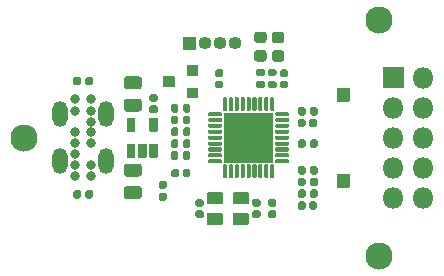
<source format=gbr>
%TF.GenerationSoftware,KiCad,Pcbnew,(5.1.12-1-10_14)*%
%TF.CreationDate,2022-09-08T10:49:59+08:00*%
%TF.ProjectId,0102-TILEDAP,30313032-2d54-4494-9c45-4441502e6b69,V1.1*%
%TF.SameCoordinates,Original*%
%TF.FileFunction,Soldermask,Top*%
%TF.FilePolarity,Negative*%
%FSLAX46Y46*%
G04 Gerber Fmt 4.6, Leading zero omitted, Abs format (unit mm)*
G04 Created by KiCad (PCBNEW (5.1.12-1-10_14)) date 2022-09-08 10:49:59*
%MOMM*%
%LPD*%
G01*
G04 APERTURE LIST*
%ADD10C,2.300000*%
%ADD11O,1.800000X1.800000*%
%ADD12O,1.100000X1.100000*%
%ADD13C,0.800000*%
%ADD14O,1.300000X2.200000*%
G04 APERTURE END LIST*
%TO.C,R14*%
G36*
G01*
X15360000Y15010000D02*
X15360000Y14590000D01*
G75*
G02*
X15200000Y14430000I-160000J0D01*
G01*
X14880000Y14430000D01*
G75*
G02*
X14720000Y14590000I0J160000D01*
G01*
X14720000Y15010000D01*
G75*
G02*
X14880000Y15170000I160000J0D01*
G01*
X15200000Y15170000D01*
G75*
G02*
X15360000Y15010000I0J-160000D01*
G01*
G37*
G36*
G01*
X16380000Y15010000D02*
X16380000Y14590000D01*
G75*
G02*
X16220000Y14430000I-160000J0D01*
G01*
X15900000Y14430000D01*
G75*
G02*
X15740000Y14590000I0J160000D01*
G01*
X15740000Y15010000D01*
G75*
G02*
X15900000Y15170000I160000J0D01*
G01*
X16220000Y15170000D01*
G75*
G02*
X16380000Y15010000I0J-160000D01*
G01*
G37*
%TD*%
%TO.C,Q1*%
G36*
G01*
X15050000Y17450000D02*
X15050000Y16650000D01*
G75*
G02*
X15000000Y16600000I-50000J0D01*
G01*
X14100000Y16600000D01*
G75*
G02*
X14050000Y16650000I0J50000D01*
G01*
X14050000Y17450000D01*
G75*
G02*
X14100000Y17500000I50000J0D01*
G01*
X15000000Y17500000D01*
G75*
G02*
X15050000Y17450000I0J-50000D01*
G01*
G37*
G36*
G01*
X17050000Y18400000D02*
X17050000Y17600000D01*
G75*
G02*
X17000000Y17550000I-50000J0D01*
G01*
X16100000Y17550000D01*
G75*
G02*
X16050000Y17600000I0J50000D01*
G01*
X16050000Y18400000D01*
G75*
G02*
X16100000Y18450000I50000J0D01*
G01*
X17000000Y18450000D01*
G75*
G02*
X17050000Y18400000I0J-50000D01*
G01*
G37*
G36*
G01*
X17050000Y16500000D02*
X17050000Y15700000D01*
G75*
G02*
X17000000Y15650000I-50000J0D01*
G01*
X16100000Y15650000D01*
G75*
G02*
X16050000Y15700000I0J50000D01*
G01*
X16050000Y16500000D01*
G75*
G02*
X16100000Y16550000I50000J0D01*
G01*
X17000000Y16550000D01*
G75*
G02*
X17050000Y16500000I0J-50000D01*
G01*
G37*
%TD*%
%TO.C,C5*%
G36*
G01*
X24105000Y17130000D02*
X24495000Y17130000D01*
G75*
G02*
X24660000Y16965000I0J-165000D01*
G01*
X24660000Y16635000D01*
G75*
G02*
X24495000Y16470000I-165000J0D01*
G01*
X24105000Y16470000D01*
G75*
G02*
X23940000Y16635000I0J165000D01*
G01*
X23940000Y16965000D01*
G75*
G02*
X24105000Y17130000I165000J0D01*
G01*
G37*
G36*
G01*
X24105000Y18090000D02*
X24495000Y18090000D01*
G75*
G02*
X24660000Y17925000I0J-165000D01*
G01*
X24660000Y17595000D01*
G75*
G02*
X24495000Y17430000I-165000J0D01*
G01*
X24105000Y17430000D01*
G75*
G02*
X23940000Y17595000I0J165000D01*
G01*
X23940000Y17925000D01*
G75*
G02*
X24105000Y18090000I165000J0D01*
G01*
G37*
%TD*%
%TO.C,R10*%
G36*
G01*
X15740000Y13590000D02*
X15740000Y14010000D01*
G75*
G02*
X15900000Y14170000I160000J0D01*
G01*
X16220000Y14170000D01*
G75*
G02*
X16380000Y14010000I0J-160000D01*
G01*
X16380000Y13590000D01*
G75*
G02*
X16220000Y13430000I-160000J0D01*
G01*
X15900000Y13430000D01*
G75*
G02*
X15740000Y13590000I0J160000D01*
G01*
G37*
G36*
G01*
X14720000Y13590000D02*
X14720000Y14010000D01*
G75*
G02*
X14880000Y14170000I160000J0D01*
G01*
X15200000Y14170000D01*
G75*
G02*
X15360000Y14010000I0J-160000D01*
G01*
X15360000Y13590000D01*
G75*
G02*
X15200000Y13430000I-160000J0D01*
G01*
X14880000Y13430000D01*
G75*
G02*
X14720000Y13590000I0J160000D01*
G01*
G37*
%TD*%
%TO.C,SW1*%
G36*
G01*
X28800000Y9250000D02*
X29800000Y9250000D01*
G75*
G02*
X29850000Y9200000I0J-50000D01*
G01*
X29850000Y8100000D01*
G75*
G02*
X29800000Y8050000I-50000J0D01*
G01*
X28800000Y8050000D01*
G75*
G02*
X28750000Y8100000I0J50000D01*
G01*
X28750000Y9200000D01*
G75*
G02*
X28800000Y9250000I50000J0D01*
G01*
G37*
G36*
G01*
X28800000Y16550000D02*
X29800000Y16550000D01*
G75*
G02*
X29850000Y16500000I0J-50000D01*
G01*
X29850000Y15400000D01*
G75*
G02*
X29800000Y15350000I-50000J0D01*
G01*
X28800000Y15350000D01*
G75*
G02*
X28750000Y15400000I0J50000D01*
G01*
X28750000Y16500000D01*
G75*
G02*
X28800000Y16550000I50000J0D01*
G01*
G37*
%TD*%
%TO.C,Y1*%
G36*
G01*
X17800000Y6730000D02*
X17800000Y7630000D01*
G75*
G02*
X17850000Y7680000I50000J0D01*
G01*
X19050000Y7680000D01*
G75*
G02*
X19100000Y7630000I0J-50000D01*
G01*
X19100000Y6730000D01*
G75*
G02*
X19050000Y6680000I-50000J0D01*
G01*
X17850000Y6680000D01*
G75*
G02*
X17800000Y6730000I0J50000D01*
G01*
G37*
G36*
G01*
X20000000Y4970000D02*
X20000000Y5870000D01*
G75*
G02*
X20050000Y5920000I50000J0D01*
G01*
X21250000Y5920000D01*
G75*
G02*
X21300000Y5870000I0J-50000D01*
G01*
X21300000Y4970000D01*
G75*
G02*
X21250000Y4920000I-50000J0D01*
G01*
X20050000Y4920000D01*
G75*
G02*
X20000000Y4970000I0J50000D01*
G01*
G37*
G36*
G01*
X20000000Y6730000D02*
X20000000Y7630000D01*
G75*
G02*
X20050000Y7680000I50000J0D01*
G01*
X21250000Y7680000D01*
G75*
G02*
X21300000Y7630000I0J-50000D01*
G01*
X21300000Y6730000D01*
G75*
G02*
X21250000Y6680000I-50000J0D01*
G01*
X20050000Y6680000D01*
G75*
G02*
X20000000Y6730000I0J50000D01*
G01*
G37*
G36*
G01*
X17800000Y4970000D02*
X17800000Y5870000D01*
G75*
G02*
X17850000Y5920000I50000J0D01*
G01*
X19050000Y5920000D01*
G75*
G02*
X19100000Y5870000I0J-50000D01*
G01*
X19100000Y4970000D01*
G75*
G02*
X19050000Y4920000I-50000J0D01*
G01*
X17850000Y4920000D01*
G75*
G02*
X17800000Y4970000I0J50000D01*
G01*
G37*
%TD*%
%TO.C,U2*%
G36*
G01*
X23350000Y10200000D02*
X19250000Y10200000D01*
G75*
G02*
X19200000Y10250000I0J50000D01*
G01*
X19200000Y14350000D01*
G75*
G02*
X19250000Y14400000I50000J0D01*
G01*
X23350000Y14400000D01*
G75*
G02*
X23400000Y14350000I0J-50000D01*
G01*
X23400000Y10250000D01*
G75*
G02*
X23350000Y10200000I-50000J0D01*
G01*
G37*
G36*
G01*
X18962500Y10125000D02*
X17962500Y10125000D01*
G75*
G02*
X17875000Y10212500I0J87500D01*
G01*
X17875000Y10387500D01*
G75*
G02*
X17962500Y10475000I87500J0D01*
G01*
X18962500Y10475000D01*
G75*
G02*
X19050000Y10387500I0J-87500D01*
G01*
X19050000Y10212500D01*
G75*
G02*
X18962500Y10125000I-87500J0D01*
G01*
G37*
G36*
G01*
X18962500Y10625000D02*
X17962500Y10625000D01*
G75*
G02*
X17875000Y10712500I0J87500D01*
G01*
X17875000Y10887500D01*
G75*
G02*
X17962500Y10975000I87500J0D01*
G01*
X18962500Y10975000D01*
G75*
G02*
X19050000Y10887500I0J-87500D01*
G01*
X19050000Y10712500D01*
G75*
G02*
X18962500Y10625000I-87500J0D01*
G01*
G37*
G36*
G01*
X18962500Y11125000D02*
X17962500Y11125000D01*
G75*
G02*
X17875000Y11212500I0J87500D01*
G01*
X17875000Y11387500D01*
G75*
G02*
X17962500Y11475000I87500J0D01*
G01*
X18962500Y11475000D01*
G75*
G02*
X19050000Y11387500I0J-87500D01*
G01*
X19050000Y11212500D01*
G75*
G02*
X18962500Y11125000I-87500J0D01*
G01*
G37*
G36*
G01*
X18962500Y11625000D02*
X17962500Y11625000D01*
G75*
G02*
X17875000Y11712500I0J87500D01*
G01*
X17875000Y11887500D01*
G75*
G02*
X17962500Y11975000I87500J0D01*
G01*
X18962500Y11975000D01*
G75*
G02*
X19050000Y11887500I0J-87500D01*
G01*
X19050000Y11712500D01*
G75*
G02*
X18962500Y11625000I-87500J0D01*
G01*
G37*
G36*
G01*
X18962500Y12125000D02*
X17962500Y12125000D01*
G75*
G02*
X17875000Y12212500I0J87500D01*
G01*
X17875000Y12387500D01*
G75*
G02*
X17962500Y12475000I87500J0D01*
G01*
X18962500Y12475000D01*
G75*
G02*
X19050000Y12387500I0J-87500D01*
G01*
X19050000Y12212500D01*
G75*
G02*
X18962500Y12125000I-87500J0D01*
G01*
G37*
G36*
G01*
X18962500Y12625000D02*
X17962500Y12625000D01*
G75*
G02*
X17875000Y12712500I0J87500D01*
G01*
X17875000Y12887500D01*
G75*
G02*
X17962500Y12975000I87500J0D01*
G01*
X18962500Y12975000D01*
G75*
G02*
X19050000Y12887500I0J-87500D01*
G01*
X19050000Y12712500D01*
G75*
G02*
X18962500Y12625000I-87500J0D01*
G01*
G37*
G36*
G01*
X18962500Y13125000D02*
X17962500Y13125000D01*
G75*
G02*
X17875000Y13212500I0J87500D01*
G01*
X17875000Y13387500D01*
G75*
G02*
X17962500Y13475000I87500J0D01*
G01*
X18962500Y13475000D01*
G75*
G02*
X19050000Y13387500I0J-87500D01*
G01*
X19050000Y13212500D01*
G75*
G02*
X18962500Y13125000I-87500J0D01*
G01*
G37*
G36*
G01*
X18962500Y13625000D02*
X17962500Y13625000D01*
G75*
G02*
X17875000Y13712500I0J87500D01*
G01*
X17875000Y13887500D01*
G75*
G02*
X17962500Y13975000I87500J0D01*
G01*
X18962500Y13975000D01*
G75*
G02*
X19050000Y13887500I0J-87500D01*
G01*
X19050000Y13712500D01*
G75*
G02*
X18962500Y13625000I-87500J0D01*
G01*
G37*
G36*
G01*
X18962500Y14125000D02*
X17962500Y14125000D01*
G75*
G02*
X17875000Y14212500I0J87500D01*
G01*
X17875000Y14387500D01*
G75*
G02*
X17962500Y14475000I87500J0D01*
G01*
X18962500Y14475000D01*
G75*
G02*
X19050000Y14387500I0J-87500D01*
G01*
X19050000Y14212500D01*
G75*
G02*
X18962500Y14125000I-87500J0D01*
G01*
G37*
G36*
G01*
X19387500Y14550000D02*
X19212500Y14550000D01*
G75*
G02*
X19125000Y14637500I0J87500D01*
G01*
X19125000Y15637500D01*
G75*
G02*
X19212500Y15725000I87500J0D01*
G01*
X19387500Y15725000D01*
G75*
G02*
X19475000Y15637500I0J-87500D01*
G01*
X19475000Y14637500D01*
G75*
G02*
X19387500Y14550000I-87500J0D01*
G01*
G37*
G36*
G01*
X19887500Y14550000D02*
X19712500Y14550000D01*
G75*
G02*
X19625000Y14637500I0J87500D01*
G01*
X19625000Y15637500D01*
G75*
G02*
X19712500Y15725000I87500J0D01*
G01*
X19887500Y15725000D01*
G75*
G02*
X19975000Y15637500I0J-87500D01*
G01*
X19975000Y14637500D01*
G75*
G02*
X19887500Y14550000I-87500J0D01*
G01*
G37*
G36*
G01*
X20387500Y14550000D02*
X20212500Y14550000D01*
G75*
G02*
X20125000Y14637500I0J87500D01*
G01*
X20125000Y15637500D01*
G75*
G02*
X20212500Y15725000I87500J0D01*
G01*
X20387500Y15725000D01*
G75*
G02*
X20475000Y15637500I0J-87500D01*
G01*
X20475000Y14637500D01*
G75*
G02*
X20387500Y14550000I-87500J0D01*
G01*
G37*
G36*
G01*
X20887500Y14550000D02*
X20712500Y14550000D01*
G75*
G02*
X20625000Y14637500I0J87500D01*
G01*
X20625000Y15637500D01*
G75*
G02*
X20712500Y15725000I87500J0D01*
G01*
X20887500Y15725000D01*
G75*
G02*
X20975000Y15637500I0J-87500D01*
G01*
X20975000Y14637500D01*
G75*
G02*
X20887500Y14550000I-87500J0D01*
G01*
G37*
G36*
G01*
X21387500Y14550000D02*
X21212500Y14550000D01*
G75*
G02*
X21125000Y14637500I0J87500D01*
G01*
X21125000Y15637500D01*
G75*
G02*
X21212500Y15725000I87500J0D01*
G01*
X21387500Y15725000D01*
G75*
G02*
X21475000Y15637500I0J-87500D01*
G01*
X21475000Y14637500D01*
G75*
G02*
X21387500Y14550000I-87500J0D01*
G01*
G37*
G36*
G01*
X21887500Y14550000D02*
X21712500Y14550000D01*
G75*
G02*
X21625000Y14637500I0J87500D01*
G01*
X21625000Y15637500D01*
G75*
G02*
X21712500Y15725000I87500J0D01*
G01*
X21887500Y15725000D01*
G75*
G02*
X21975000Y15637500I0J-87500D01*
G01*
X21975000Y14637500D01*
G75*
G02*
X21887500Y14550000I-87500J0D01*
G01*
G37*
G36*
G01*
X22387500Y14550000D02*
X22212500Y14550000D01*
G75*
G02*
X22125000Y14637500I0J87500D01*
G01*
X22125000Y15637500D01*
G75*
G02*
X22212500Y15725000I87500J0D01*
G01*
X22387500Y15725000D01*
G75*
G02*
X22475000Y15637500I0J-87500D01*
G01*
X22475000Y14637500D01*
G75*
G02*
X22387500Y14550000I-87500J0D01*
G01*
G37*
G36*
G01*
X22887500Y14550000D02*
X22712500Y14550000D01*
G75*
G02*
X22625000Y14637500I0J87500D01*
G01*
X22625000Y15637500D01*
G75*
G02*
X22712500Y15725000I87500J0D01*
G01*
X22887500Y15725000D01*
G75*
G02*
X22975000Y15637500I0J-87500D01*
G01*
X22975000Y14637500D01*
G75*
G02*
X22887500Y14550000I-87500J0D01*
G01*
G37*
G36*
G01*
X23387500Y14550000D02*
X23212500Y14550000D01*
G75*
G02*
X23125000Y14637500I0J87500D01*
G01*
X23125000Y15637500D01*
G75*
G02*
X23212500Y15725000I87500J0D01*
G01*
X23387500Y15725000D01*
G75*
G02*
X23475000Y15637500I0J-87500D01*
G01*
X23475000Y14637500D01*
G75*
G02*
X23387500Y14550000I-87500J0D01*
G01*
G37*
G36*
G01*
X24637500Y14125000D02*
X23637500Y14125000D01*
G75*
G02*
X23550000Y14212500I0J87500D01*
G01*
X23550000Y14387500D01*
G75*
G02*
X23637500Y14475000I87500J0D01*
G01*
X24637500Y14475000D01*
G75*
G02*
X24725000Y14387500I0J-87500D01*
G01*
X24725000Y14212500D01*
G75*
G02*
X24637500Y14125000I-87500J0D01*
G01*
G37*
G36*
G01*
X24637500Y13625000D02*
X23637500Y13625000D01*
G75*
G02*
X23550000Y13712500I0J87500D01*
G01*
X23550000Y13887500D01*
G75*
G02*
X23637500Y13975000I87500J0D01*
G01*
X24637500Y13975000D01*
G75*
G02*
X24725000Y13887500I0J-87500D01*
G01*
X24725000Y13712500D01*
G75*
G02*
X24637500Y13625000I-87500J0D01*
G01*
G37*
G36*
G01*
X24637500Y13125000D02*
X23637500Y13125000D01*
G75*
G02*
X23550000Y13212500I0J87500D01*
G01*
X23550000Y13387500D01*
G75*
G02*
X23637500Y13475000I87500J0D01*
G01*
X24637500Y13475000D01*
G75*
G02*
X24725000Y13387500I0J-87500D01*
G01*
X24725000Y13212500D01*
G75*
G02*
X24637500Y13125000I-87500J0D01*
G01*
G37*
G36*
G01*
X24637500Y12625000D02*
X23637500Y12625000D01*
G75*
G02*
X23550000Y12712500I0J87500D01*
G01*
X23550000Y12887500D01*
G75*
G02*
X23637500Y12975000I87500J0D01*
G01*
X24637500Y12975000D01*
G75*
G02*
X24725000Y12887500I0J-87500D01*
G01*
X24725000Y12712500D01*
G75*
G02*
X24637500Y12625000I-87500J0D01*
G01*
G37*
G36*
G01*
X24637500Y12125000D02*
X23637500Y12125000D01*
G75*
G02*
X23550000Y12212500I0J87500D01*
G01*
X23550000Y12387500D01*
G75*
G02*
X23637500Y12475000I87500J0D01*
G01*
X24637500Y12475000D01*
G75*
G02*
X24725000Y12387500I0J-87500D01*
G01*
X24725000Y12212500D01*
G75*
G02*
X24637500Y12125000I-87500J0D01*
G01*
G37*
G36*
G01*
X24637500Y11625000D02*
X23637500Y11625000D01*
G75*
G02*
X23550000Y11712500I0J87500D01*
G01*
X23550000Y11887500D01*
G75*
G02*
X23637500Y11975000I87500J0D01*
G01*
X24637500Y11975000D01*
G75*
G02*
X24725000Y11887500I0J-87500D01*
G01*
X24725000Y11712500D01*
G75*
G02*
X24637500Y11625000I-87500J0D01*
G01*
G37*
G36*
G01*
X24637500Y11125000D02*
X23637500Y11125000D01*
G75*
G02*
X23550000Y11212500I0J87500D01*
G01*
X23550000Y11387500D01*
G75*
G02*
X23637500Y11475000I87500J0D01*
G01*
X24637500Y11475000D01*
G75*
G02*
X24725000Y11387500I0J-87500D01*
G01*
X24725000Y11212500D01*
G75*
G02*
X24637500Y11125000I-87500J0D01*
G01*
G37*
G36*
G01*
X24637500Y10625000D02*
X23637500Y10625000D01*
G75*
G02*
X23550000Y10712500I0J87500D01*
G01*
X23550000Y10887500D01*
G75*
G02*
X23637500Y10975000I87500J0D01*
G01*
X24637500Y10975000D01*
G75*
G02*
X24725000Y10887500I0J-87500D01*
G01*
X24725000Y10712500D01*
G75*
G02*
X24637500Y10625000I-87500J0D01*
G01*
G37*
G36*
G01*
X24637500Y10125000D02*
X23637500Y10125000D01*
G75*
G02*
X23550000Y10212500I0J87500D01*
G01*
X23550000Y10387500D01*
G75*
G02*
X23637500Y10475000I87500J0D01*
G01*
X24637500Y10475000D01*
G75*
G02*
X24725000Y10387500I0J-87500D01*
G01*
X24725000Y10212500D01*
G75*
G02*
X24637500Y10125000I-87500J0D01*
G01*
G37*
G36*
G01*
X23387500Y8875000D02*
X23212500Y8875000D01*
G75*
G02*
X23125000Y8962500I0J87500D01*
G01*
X23125000Y9962500D01*
G75*
G02*
X23212500Y10050000I87500J0D01*
G01*
X23387500Y10050000D01*
G75*
G02*
X23475000Y9962500I0J-87500D01*
G01*
X23475000Y8962500D01*
G75*
G02*
X23387500Y8875000I-87500J0D01*
G01*
G37*
G36*
G01*
X22887500Y8875000D02*
X22712500Y8875000D01*
G75*
G02*
X22625000Y8962500I0J87500D01*
G01*
X22625000Y9962500D01*
G75*
G02*
X22712500Y10050000I87500J0D01*
G01*
X22887500Y10050000D01*
G75*
G02*
X22975000Y9962500I0J-87500D01*
G01*
X22975000Y8962500D01*
G75*
G02*
X22887500Y8875000I-87500J0D01*
G01*
G37*
G36*
G01*
X22387500Y8875000D02*
X22212500Y8875000D01*
G75*
G02*
X22125000Y8962500I0J87500D01*
G01*
X22125000Y9962500D01*
G75*
G02*
X22212500Y10050000I87500J0D01*
G01*
X22387500Y10050000D01*
G75*
G02*
X22475000Y9962500I0J-87500D01*
G01*
X22475000Y8962500D01*
G75*
G02*
X22387500Y8875000I-87500J0D01*
G01*
G37*
G36*
G01*
X21887500Y8875000D02*
X21712500Y8875000D01*
G75*
G02*
X21625000Y8962500I0J87500D01*
G01*
X21625000Y9962500D01*
G75*
G02*
X21712500Y10050000I87500J0D01*
G01*
X21887500Y10050000D01*
G75*
G02*
X21975000Y9962500I0J-87500D01*
G01*
X21975000Y8962500D01*
G75*
G02*
X21887500Y8875000I-87500J0D01*
G01*
G37*
G36*
G01*
X21387500Y8875000D02*
X21212500Y8875000D01*
G75*
G02*
X21125000Y8962500I0J87500D01*
G01*
X21125000Y9962500D01*
G75*
G02*
X21212500Y10050000I87500J0D01*
G01*
X21387500Y10050000D01*
G75*
G02*
X21475000Y9962500I0J-87500D01*
G01*
X21475000Y8962500D01*
G75*
G02*
X21387500Y8875000I-87500J0D01*
G01*
G37*
G36*
G01*
X20887500Y8875000D02*
X20712500Y8875000D01*
G75*
G02*
X20625000Y8962500I0J87500D01*
G01*
X20625000Y9962500D01*
G75*
G02*
X20712500Y10050000I87500J0D01*
G01*
X20887500Y10050000D01*
G75*
G02*
X20975000Y9962500I0J-87500D01*
G01*
X20975000Y8962500D01*
G75*
G02*
X20887500Y8875000I-87500J0D01*
G01*
G37*
G36*
G01*
X20387500Y8875000D02*
X20212500Y8875000D01*
G75*
G02*
X20125000Y8962500I0J87500D01*
G01*
X20125000Y9962500D01*
G75*
G02*
X20212500Y10050000I87500J0D01*
G01*
X20387500Y10050000D01*
G75*
G02*
X20475000Y9962500I0J-87500D01*
G01*
X20475000Y8962500D01*
G75*
G02*
X20387500Y8875000I-87500J0D01*
G01*
G37*
G36*
G01*
X19887500Y8875000D02*
X19712500Y8875000D01*
G75*
G02*
X19625000Y8962500I0J87500D01*
G01*
X19625000Y9962500D01*
G75*
G02*
X19712500Y10050000I87500J0D01*
G01*
X19887500Y10050000D01*
G75*
G02*
X19975000Y9962500I0J-87500D01*
G01*
X19975000Y8962500D01*
G75*
G02*
X19887500Y8875000I-87500J0D01*
G01*
G37*
G36*
G01*
X19387500Y8875000D02*
X19212500Y8875000D01*
G75*
G02*
X19125000Y8962500I0J87500D01*
G01*
X19125000Y9962500D01*
G75*
G02*
X19212500Y10050000I87500J0D01*
G01*
X19387500Y10050000D01*
G75*
G02*
X19475000Y9962500I0J-87500D01*
G01*
X19475000Y8962500D01*
G75*
G02*
X19387500Y8875000I-87500J0D01*
G01*
G37*
%TD*%
%TO.C,R9*%
G36*
G01*
X26119999Y12010000D02*
X26119999Y11590000D01*
G75*
G02*
X25959999Y11430000I-160000J0D01*
G01*
X25639999Y11430000D01*
G75*
G02*
X25479999Y11590000I0J160000D01*
G01*
X25479999Y12010000D01*
G75*
G02*
X25639999Y12170000I160000J0D01*
G01*
X25959999Y12170000D01*
G75*
G02*
X26119999Y12010000I0J-160000D01*
G01*
G37*
G36*
G01*
X27139999Y12010000D02*
X27139999Y11590000D01*
G75*
G02*
X26979999Y11430000I-160000J0D01*
G01*
X26659999Y11430000D01*
G75*
G02*
X26499999Y11590000I0J160000D01*
G01*
X26499999Y12010000D01*
G75*
G02*
X26659999Y12170000I160000J0D01*
G01*
X26979999Y12170000D01*
G75*
G02*
X27139999Y12010000I0J-160000D01*
G01*
G37*
%TD*%
%TO.C,R8*%
G36*
G01*
X15360000Y11010000D02*
X15360000Y10590000D01*
G75*
G02*
X15200000Y10430000I-160000J0D01*
G01*
X14880000Y10430000D01*
G75*
G02*
X14720000Y10590000I0J160000D01*
G01*
X14720000Y11010000D01*
G75*
G02*
X14880000Y11170000I160000J0D01*
G01*
X15200000Y11170000D01*
G75*
G02*
X15360000Y11010000I0J-160000D01*
G01*
G37*
G36*
G01*
X16380000Y11010000D02*
X16380000Y10590000D01*
G75*
G02*
X16220000Y10430000I-160000J0D01*
G01*
X15900000Y10430000D01*
G75*
G02*
X15740000Y10590000I0J160000D01*
G01*
X15740000Y11010000D01*
G75*
G02*
X15900000Y11170000I160000J0D01*
G01*
X16220000Y11170000D01*
G75*
G02*
X16380000Y11010000I0J-160000D01*
G01*
G37*
%TD*%
%TO.C,R7*%
G36*
G01*
X26119999Y9760000D02*
X26119999Y9340000D01*
G75*
G02*
X25959999Y9180000I-160000J0D01*
G01*
X25639999Y9180000D01*
G75*
G02*
X25479999Y9340000I0J160000D01*
G01*
X25479999Y9760000D01*
G75*
G02*
X25639999Y9920000I160000J0D01*
G01*
X25959999Y9920000D01*
G75*
G02*
X26119999Y9760000I0J-160000D01*
G01*
G37*
G36*
G01*
X27139999Y9760000D02*
X27139999Y9340000D01*
G75*
G02*
X26979999Y9180000I-160000J0D01*
G01*
X26659999Y9180000D01*
G75*
G02*
X26499999Y9340000I0J160000D01*
G01*
X26499999Y9760000D01*
G75*
G02*
X26659999Y9920000I160000J0D01*
G01*
X26979999Y9920000D01*
G75*
G02*
X27139999Y9760000I0J-160000D01*
G01*
G37*
%TD*%
%TO.C,R6*%
G36*
G01*
X26120000Y8760000D02*
X26120000Y8340000D01*
G75*
G02*
X25960000Y8180000I-160000J0D01*
G01*
X25640000Y8180000D01*
G75*
G02*
X25480000Y8340000I0J160000D01*
G01*
X25480000Y8760000D01*
G75*
G02*
X25640000Y8920000I160000J0D01*
G01*
X25960000Y8920000D01*
G75*
G02*
X26120000Y8760000I0J-160000D01*
G01*
G37*
G36*
G01*
X27140000Y8760000D02*
X27140000Y8340000D01*
G75*
G02*
X26980000Y8180000I-160000J0D01*
G01*
X26660000Y8180000D01*
G75*
G02*
X26500000Y8340000I0J160000D01*
G01*
X26500000Y8760000D01*
G75*
G02*
X26660000Y8920000I160000J0D01*
G01*
X26980000Y8920000D01*
G75*
G02*
X27140000Y8760000I0J-160000D01*
G01*
G37*
%TD*%
%TO.C,C11*%
G36*
G01*
X16955000Y6150000D02*
X17345000Y6150000D01*
G75*
G02*
X17510000Y5985000I0J-165000D01*
G01*
X17510000Y5655000D01*
G75*
G02*
X17345000Y5490000I-165000J0D01*
G01*
X16955000Y5490000D01*
G75*
G02*
X16790000Y5655000I0J165000D01*
G01*
X16790000Y5985000D01*
G75*
G02*
X16955000Y6150000I165000J0D01*
G01*
G37*
G36*
G01*
X16955000Y7110000D02*
X17345000Y7110000D01*
G75*
G02*
X17510000Y6945000I0J-165000D01*
G01*
X17510000Y6615000D01*
G75*
G02*
X17345000Y6450000I-165000J0D01*
G01*
X16955000Y6450000D01*
G75*
G02*
X16790000Y6615000I0J165000D01*
G01*
X16790000Y6945000D01*
G75*
G02*
X16955000Y7110000I165000J0D01*
G01*
G37*
%TD*%
%TO.C,C8*%
G36*
G01*
X22145000Y6450000D02*
X21755000Y6450000D01*
G75*
G02*
X21590000Y6615000I0J165000D01*
G01*
X21590000Y6945000D01*
G75*
G02*
X21755000Y7110000I165000J0D01*
G01*
X22145000Y7110000D01*
G75*
G02*
X22310000Y6945000I0J-165000D01*
G01*
X22310000Y6615000D01*
G75*
G02*
X22145000Y6450000I-165000J0D01*
G01*
G37*
G36*
G01*
X22145000Y5490000D02*
X21755000Y5490000D01*
G75*
G02*
X21590000Y5655000I0J165000D01*
G01*
X21590000Y5985000D01*
G75*
G02*
X21755000Y6150000I165000J0D01*
G01*
X22145000Y6150000D01*
G75*
G02*
X22310000Y5985000I0J-165000D01*
G01*
X22310000Y5655000D01*
G75*
G02*
X22145000Y5490000I-165000J0D01*
G01*
G37*
%TD*%
D10*
%TO.C,H3*%
X32300000Y2300000D03*
%TD*%
%TO.C,H2*%
X32300000Y22300000D03*
%TD*%
%TO.C,H1*%
X2300000Y12300000D03*
%TD*%
%TO.C,U1*%
G36*
G01*
X11675000Y12820000D02*
X11025000Y12820000D01*
G75*
G02*
X10975000Y12870000I0J50000D01*
G01*
X10975000Y13930000D01*
G75*
G02*
X11025000Y13980000I50000J0D01*
G01*
X11675000Y13980000D01*
G75*
G02*
X11725000Y13930000I0J-50000D01*
G01*
X11725000Y12870000D01*
G75*
G02*
X11675000Y12820000I-50000J0D01*
G01*
G37*
G36*
G01*
X13575000Y12820000D02*
X12925000Y12820000D01*
G75*
G02*
X12875000Y12870000I0J50000D01*
G01*
X12875000Y13930000D01*
G75*
G02*
X12925000Y13980000I50000J0D01*
G01*
X13575000Y13980000D01*
G75*
G02*
X13625000Y13930000I0J-50000D01*
G01*
X13625000Y12870000D01*
G75*
G02*
X13575000Y12820000I-50000J0D01*
G01*
G37*
G36*
G01*
X13575000Y10620000D02*
X12925000Y10620000D01*
G75*
G02*
X12875000Y10670000I0J50000D01*
G01*
X12875000Y11730000D01*
G75*
G02*
X12925000Y11780000I50000J0D01*
G01*
X13575000Y11780000D01*
G75*
G02*
X13625000Y11730000I0J-50000D01*
G01*
X13625000Y10670000D01*
G75*
G02*
X13575000Y10620000I-50000J0D01*
G01*
G37*
G36*
G01*
X12625000Y10620000D02*
X11975000Y10620000D01*
G75*
G02*
X11925000Y10670000I0J50000D01*
G01*
X11925000Y11730000D01*
G75*
G02*
X11975000Y11780000I50000J0D01*
G01*
X12625000Y11780000D01*
G75*
G02*
X12675000Y11730000I0J-50000D01*
G01*
X12675000Y10670000D01*
G75*
G02*
X12625000Y10620000I-50000J0D01*
G01*
G37*
G36*
G01*
X11675000Y10620000D02*
X11025000Y10620000D01*
G75*
G02*
X10975000Y10670000I0J50000D01*
G01*
X10975000Y11730000D01*
G75*
G02*
X11025000Y11780000I50000J0D01*
G01*
X11675000Y11780000D01*
G75*
G02*
X11725000Y11730000I0J-50000D01*
G01*
X11725000Y10670000D01*
G75*
G02*
X11675000Y10620000I-50000J0D01*
G01*
G37*
%TD*%
%TO.C,R15*%
G36*
G01*
X22510000Y17500000D02*
X22090000Y17500000D01*
G75*
G02*
X21930000Y17660000I0J160000D01*
G01*
X21930000Y17980000D01*
G75*
G02*
X22090000Y18140000I160000J0D01*
G01*
X22510000Y18140000D01*
G75*
G02*
X22670000Y17980000I0J-160000D01*
G01*
X22670000Y17660000D01*
G75*
G02*
X22510000Y17500000I-160000J0D01*
G01*
G37*
G36*
G01*
X22510000Y16480000D02*
X22090000Y16480000D01*
G75*
G02*
X21930000Y16640000I0J160000D01*
G01*
X21930000Y16960000D01*
G75*
G02*
X22090000Y17120000I160000J0D01*
G01*
X22510000Y17120000D01*
G75*
G02*
X22670000Y16960000I0J-160000D01*
G01*
X22670000Y16640000D01*
G75*
G02*
X22510000Y16480000I-160000J0D01*
G01*
G37*
%TD*%
%TO.C,R13*%
G36*
G01*
X26500000Y7340000D02*
X26500000Y7760000D01*
G75*
G02*
X26660000Y7920000I160000J0D01*
G01*
X26980000Y7920000D01*
G75*
G02*
X27140000Y7760000I0J-160000D01*
G01*
X27140000Y7340000D01*
G75*
G02*
X26980000Y7180000I-160000J0D01*
G01*
X26660000Y7180000D01*
G75*
G02*
X26500000Y7340000I0J160000D01*
G01*
G37*
G36*
G01*
X25480000Y7340000D02*
X25480000Y7760000D01*
G75*
G02*
X25640000Y7920000I160000J0D01*
G01*
X25960000Y7920000D01*
G75*
G02*
X26120000Y7760000I0J-160000D01*
G01*
X26120000Y7340000D01*
G75*
G02*
X25960000Y7180000I-160000J0D01*
G01*
X25640000Y7180000D01*
G75*
G02*
X25480000Y7340000I0J160000D01*
G01*
G37*
%TD*%
%TO.C,R12*%
G36*
G01*
X26500000Y14340000D02*
X26500000Y14760000D01*
G75*
G02*
X26660000Y14920000I160000J0D01*
G01*
X26980000Y14920000D01*
G75*
G02*
X27140000Y14760000I0J-160000D01*
G01*
X27140000Y14340000D01*
G75*
G02*
X26980000Y14180000I-160000J0D01*
G01*
X26660000Y14180000D01*
G75*
G02*
X26500000Y14340000I0J160000D01*
G01*
G37*
G36*
G01*
X25480000Y14340000D02*
X25480000Y14760000D01*
G75*
G02*
X25640000Y14920000I160000J0D01*
G01*
X25960000Y14920000D01*
G75*
G02*
X26120000Y14760000I0J-160000D01*
G01*
X26120000Y14340000D01*
G75*
G02*
X25960000Y14180000I-160000J0D01*
G01*
X25640000Y14180000D01*
G75*
G02*
X25480000Y14340000I0J160000D01*
G01*
G37*
%TD*%
%TO.C,R11*%
G36*
G01*
X23510000Y17500000D02*
X23090000Y17500000D01*
G75*
G02*
X22930000Y17660000I0J160000D01*
G01*
X22930000Y17980000D01*
G75*
G02*
X23090000Y18140000I160000J0D01*
G01*
X23510000Y18140000D01*
G75*
G02*
X23670000Y17980000I0J-160000D01*
G01*
X23670000Y17660000D01*
G75*
G02*
X23510000Y17500000I-160000J0D01*
G01*
G37*
G36*
G01*
X23510000Y16480000D02*
X23090000Y16480000D01*
G75*
G02*
X22930000Y16640000I0J160000D01*
G01*
X22930000Y16960000D01*
G75*
G02*
X23090000Y17120000I160000J0D01*
G01*
X23510000Y17120000D01*
G75*
G02*
X23670000Y16960000I0J-160000D01*
G01*
X23670000Y16640000D01*
G75*
G02*
X23510000Y16480000I-160000J0D01*
G01*
G37*
%TD*%
%TO.C,R5*%
G36*
G01*
X15360000Y13010000D02*
X15360000Y12590000D01*
G75*
G02*
X15200000Y12430000I-160000J0D01*
G01*
X14880000Y12430000D01*
G75*
G02*
X14720000Y12590000I0J160000D01*
G01*
X14720000Y13010000D01*
G75*
G02*
X14880000Y13170000I160000J0D01*
G01*
X15200000Y13170000D01*
G75*
G02*
X15360000Y13010000I0J-160000D01*
G01*
G37*
G36*
G01*
X16380000Y13010000D02*
X16380000Y12590000D01*
G75*
G02*
X16220000Y12430000I-160000J0D01*
G01*
X15900000Y12430000D01*
G75*
G02*
X15740000Y12590000I0J160000D01*
G01*
X15740000Y13010000D01*
G75*
G02*
X15900000Y13170000I160000J0D01*
G01*
X16220000Y13170000D01*
G75*
G02*
X16380000Y13010000I0J-160000D01*
G01*
G37*
%TD*%
%TO.C,R4*%
G36*
G01*
X15360000Y12010000D02*
X15360000Y11590000D01*
G75*
G02*
X15200000Y11430000I-160000J0D01*
G01*
X14880000Y11430000D01*
G75*
G02*
X14720000Y11590000I0J160000D01*
G01*
X14720000Y12010000D01*
G75*
G02*
X14880000Y12170000I160000J0D01*
G01*
X15200000Y12170000D01*
G75*
G02*
X15360000Y12010000I0J-160000D01*
G01*
G37*
G36*
G01*
X16380000Y12010000D02*
X16380000Y11590000D01*
G75*
G02*
X16220000Y11430000I-160000J0D01*
G01*
X15900000Y11430000D01*
G75*
G02*
X15740000Y11590000I0J160000D01*
G01*
X15740000Y12010000D01*
G75*
G02*
X15900000Y12170000I160000J0D01*
G01*
X16220000Y12170000D01*
G75*
G02*
X16380000Y12010000I0J-160000D01*
G01*
G37*
%TD*%
%TO.C,R3*%
G36*
G01*
X7110000Y7710000D02*
X7110000Y7290000D01*
G75*
G02*
X6950000Y7130000I-160000J0D01*
G01*
X6630000Y7130000D01*
G75*
G02*
X6470000Y7290000I0J160000D01*
G01*
X6470000Y7710000D01*
G75*
G02*
X6630000Y7870000I160000J0D01*
G01*
X6950000Y7870000D01*
G75*
G02*
X7110000Y7710000I0J-160000D01*
G01*
G37*
G36*
G01*
X8130000Y7710000D02*
X8130000Y7290000D01*
G75*
G02*
X7970000Y7130000I-160000J0D01*
G01*
X7650000Y7130000D01*
G75*
G02*
X7490000Y7290000I0J160000D01*
G01*
X7490000Y7710000D01*
G75*
G02*
X7650000Y7870000I160000J0D01*
G01*
X7970000Y7870000D01*
G75*
G02*
X8130000Y7710000I0J-160000D01*
G01*
G37*
%TD*%
%TO.C,R2*%
G36*
G01*
X13840000Y8640000D02*
X14260000Y8640000D01*
G75*
G02*
X14420000Y8480000I0J-160000D01*
G01*
X14420000Y8160000D01*
G75*
G02*
X14260000Y8000000I-160000J0D01*
G01*
X13840000Y8000000D01*
G75*
G02*
X13680000Y8160000I0J160000D01*
G01*
X13680000Y8480000D01*
G75*
G02*
X13840000Y8640000I160000J0D01*
G01*
G37*
G36*
G01*
X13840000Y7620000D02*
X14260000Y7620000D01*
G75*
G02*
X14420000Y7460000I0J-160000D01*
G01*
X14420000Y7140000D01*
G75*
G02*
X14260000Y6980000I-160000J0D01*
G01*
X13840000Y6980000D01*
G75*
G02*
X13680000Y7140000I0J160000D01*
G01*
X13680000Y7460000D01*
G75*
G02*
X13840000Y7620000I160000J0D01*
G01*
G37*
%TD*%
%TO.C,R1*%
G36*
G01*
X7490000Y16890000D02*
X7490000Y17310000D01*
G75*
G02*
X7650000Y17470000I160000J0D01*
G01*
X7970000Y17470000D01*
G75*
G02*
X8130000Y17310000I0J-160000D01*
G01*
X8130000Y16890000D01*
G75*
G02*
X7970000Y16730000I-160000J0D01*
G01*
X7650000Y16730000D01*
G75*
G02*
X7490000Y16890000I0J160000D01*
G01*
G37*
G36*
G01*
X6470000Y16890000D02*
X6470000Y17310000D01*
G75*
G02*
X6630000Y17470000I160000J0D01*
G01*
X6950000Y17470000D01*
G75*
G02*
X7110000Y17310000I0J-160000D01*
G01*
X7110000Y16890000D01*
G75*
G02*
X6950000Y16730000I-160000J0D01*
G01*
X6630000Y16730000D01*
G75*
G02*
X6470000Y16890000I0J160000D01*
G01*
G37*
%TD*%
D11*
%TO.C,J3*%
X36082000Y7220000D03*
X33542000Y7220000D03*
X36082000Y9760000D03*
X33542000Y9760000D03*
X36082000Y12300000D03*
X33542000Y12300000D03*
X36082000Y14840000D03*
X33542000Y14840000D03*
X36082000Y17380000D03*
G36*
G01*
X32642000Y16530000D02*
X32642000Y18230000D01*
G75*
G02*
X32692000Y18280000I50000J0D01*
G01*
X34392000Y18280000D01*
G75*
G02*
X34442000Y18230000I0J-50000D01*
G01*
X34442000Y16530000D01*
G75*
G02*
X34392000Y16480000I-50000J0D01*
G01*
X32692000Y16480000D01*
G75*
G02*
X32642000Y16530000I0J50000D01*
G01*
G37*
%TD*%
D12*
%TO.C,J2*%
X20110000Y20300000D03*
X18840000Y20300000D03*
X17570000Y20300000D03*
G36*
G01*
X15800000Y20850000D02*
X16800000Y20850000D01*
G75*
G02*
X16850000Y20800000I0J-50000D01*
G01*
X16850000Y19800000D01*
G75*
G02*
X16800000Y19750000I-50000J0D01*
G01*
X15800000Y19750000D01*
G75*
G02*
X15750000Y19800000I0J50000D01*
G01*
X15750000Y20800000D01*
G75*
G02*
X15800000Y20850000I50000J0D01*
G01*
G37*
%TD*%
D13*
%TO.C,J1*%
X6600000Y15550000D03*
X6600000Y14600000D03*
X6600000Y12750000D03*
X6600000Y11850000D03*
X6600000Y10950000D03*
X6600000Y10000000D03*
X6600000Y9050000D03*
X8000000Y9050000D03*
X8000000Y10000000D03*
X8000000Y11850000D03*
X8000000Y12750000D03*
X8000000Y13650000D03*
X8000000Y14600000D03*
X8000000Y15550000D03*
D14*
X5370000Y10300000D03*
X9230000Y10300000D03*
X5370000Y14300000D03*
X9230000Y14300000D03*
%TD*%
%TO.C,D3*%
G36*
G01*
X22581250Y20312499D02*
X22018750Y20312499D01*
G75*
G02*
X21775000Y20556249I0J243750D01*
G01*
X21775000Y21043749D01*
G75*
G02*
X22018750Y21287499I243750J0D01*
G01*
X22581250Y21287499D01*
G75*
G02*
X22825000Y21043749I0J-243750D01*
G01*
X22825000Y20556249D01*
G75*
G02*
X22581250Y20312499I-243750J0D01*
G01*
G37*
G36*
G01*
X22581250Y18737499D02*
X22018750Y18737499D01*
G75*
G02*
X21775000Y18981249I0J243750D01*
G01*
X21775000Y19468749D01*
G75*
G02*
X22018750Y19712499I243750J0D01*
G01*
X22581250Y19712499D01*
G75*
G02*
X22825000Y19468749I0J-243750D01*
G01*
X22825000Y18981249D01*
G75*
G02*
X22581250Y18737499I-243750J0D01*
G01*
G37*
%TD*%
%TO.C,D1*%
G36*
G01*
X24081250Y20312500D02*
X23518750Y20312500D01*
G75*
G02*
X23275000Y20556250I0J243750D01*
G01*
X23275000Y21043750D01*
G75*
G02*
X23518750Y21287500I243750J0D01*
G01*
X24081250Y21287500D01*
G75*
G02*
X24325000Y21043750I0J-243750D01*
G01*
X24325000Y20556250D01*
G75*
G02*
X24081250Y20312500I-243750J0D01*
G01*
G37*
G36*
G01*
X24081250Y18737500D02*
X23518750Y18737500D01*
G75*
G02*
X23275000Y18981250I0J243750D01*
G01*
X23275000Y19468750D01*
G75*
G02*
X23518750Y19712500I243750J0D01*
G01*
X24081250Y19712500D01*
G75*
G02*
X24325000Y19468750I0J-243750D01*
G01*
X24325000Y18981250D01*
G75*
G02*
X24081250Y18737500I-243750J0D01*
G01*
G37*
%TD*%
%TO.C,C13*%
G36*
G01*
X26130000Y6745000D02*
X26130000Y6355000D01*
G75*
G02*
X25965000Y6190000I-165000J0D01*
G01*
X25635000Y6190000D01*
G75*
G02*
X25470000Y6355000I0J165000D01*
G01*
X25470000Y6745000D01*
G75*
G02*
X25635000Y6910000I165000J0D01*
G01*
X25965000Y6910000D01*
G75*
G02*
X26130000Y6745000I0J-165000D01*
G01*
G37*
G36*
G01*
X27090000Y6745000D02*
X27090000Y6355000D01*
G75*
G02*
X26925000Y6190000I-165000J0D01*
G01*
X26595000Y6190000D01*
G75*
G02*
X26430000Y6355000I0J165000D01*
G01*
X26430000Y6745000D01*
G75*
G02*
X26595000Y6910000I165000J0D01*
G01*
X26925000Y6910000D01*
G75*
G02*
X27090000Y6745000I0J-165000D01*
G01*
G37*
%TD*%
%TO.C,C12*%
G36*
G01*
X26130000Y13745000D02*
X26130000Y13355000D01*
G75*
G02*
X25965000Y13190000I-165000J0D01*
G01*
X25635000Y13190000D01*
G75*
G02*
X25470000Y13355000I0J165000D01*
G01*
X25470000Y13745000D01*
G75*
G02*
X25635000Y13910000I165000J0D01*
G01*
X25965000Y13910000D01*
G75*
G02*
X26130000Y13745000I0J-165000D01*
G01*
G37*
G36*
G01*
X27090000Y13745000D02*
X27090000Y13355000D01*
G75*
G02*
X26925000Y13190000I-165000J0D01*
G01*
X26595000Y13190000D01*
G75*
G02*
X26430000Y13355000I0J165000D01*
G01*
X26430000Y13745000D01*
G75*
G02*
X26595000Y13910000I165000J0D01*
G01*
X26925000Y13910000D01*
G75*
G02*
X27090000Y13745000I0J-165000D01*
G01*
G37*
%TD*%
%TO.C,C7*%
G36*
G01*
X18605000Y17130000D02*
X18995000Y17130000D01*
G75*
G02*
X19160000Y16965000I0J-165000D01*
G01*
X19160000Y16635000D01*
G75*
G02*
X18995000Y16470000I-165000J0D01*
G01*
X18605000Y16470000D01*
G75*
G02*
X18440000Y16635000I0J165000D01*
G01*
X18440000Y16965000D01*
G75*
G02*
X18605000Y17130000I165000J0D01*
G01*
G37*
G36*
G01*
X18605000Y18090000D02*
X18995000Y18090000D01*
G75*
G02*
X19160000Y17925000I0J-165000D01*
G01*
X19160000Y17595000D01*
G75*
G02*
X18995000Y17430000I-165000J0D01*
G01*
X18605000Y17430000D01*
G75*
G02*
X18440000Y17595000I0J165000D01*
G01*
X18440000Y17925000D01*
G75*
G02*
X18605000Y18090000I165000J0D01*
G01*
G37*
%TD*%
%TO.C,C6*%
G36*
G01*
X14760000Y9105000D02*
X14760000Y9495000D01*
G75*
G02*
X14925000Y9660000I165000J0D01*
G01*
X15255000Y9660000D01*
G75*
G02*
X15420000Y9495000I0J-165000D01*
G01*
X15420000Y9105000D01*
G75*
G02*
X15255000Y8940000I-165000J0D01*
G01*
X14925000Y8940000D01*
G75*
G02*
X14760000Y9105000I0J165000D01*
G01*
G37*
G36*
G01*
X15720000Y9105000D02*
X15720000Y9495000D01*
G75*
G02*
X15885000Y9660000I165000J0D01*
G01*
X16215000Y9660000D01*
G75*
G02*
X16380000Y9495000I0J-165000D01*
G01*
X16380000Y9105000D01*
G75*
G02*
X16215000Y8940000I-165000J0D01*
G01*
X15885000Y8940000D01*
G75*
G02*
X15720000Y9105000I0J165000D01*
G01*
G37*
%TD*%
%TO.C,C4*%
G36*
G01*
X23495000Y5510000D02*
X23105000Y5510000D01*
G75*
G02*
X22940000Y5675000I0J165000D01*
G01*
X22940000Y6005000D01*
G75*
G02*
X23105000Y6170000I165000J0D01*
G01*
X23495000Y6170000D01*
G75*
G02*
X23660000Y6005000I0J-165000D01*
G01*
X23660000Y5675000D01*
G75*
G02*
X23495000Y5510000I-165000J0D01*
G01*
G37*
G36*
G01*
X23495000Y6470000D02*
X23105000Y6470000D01*
G75*
G02*
X22940000Y6635000I0J165000D01*
G01*
X22940000Y6965000D01*
G75*
G02*
X23105000Y7130000I165000J0D01*
G01*
X23495000Y7130000D01*
G75*
G02*
X23660000Y6965000I0J-165000D01*
G01*
X23660000Y6635000D01*
G75*
G02*
X23495000Y6470000I-165000J0D01*
G01*
G37*
%TD*%
%TO.C,C3*%
G36*
G01*
X11000000Y15600000D02*
X12000000Y15600000D01*
G75*
G02*
X12275000Y15325000I0J-275000D01*
G01*
X12275000Y14775000D01*
G75*
G02*
X12000000Y14500000I-275000J0D01*
G01*
X11000000Y14500000D01*
G75*
G02*
X10725000Y14775000I0J275000D01*
G01*
X10725000Y15325000D01*
G75*
G02*
X11000000Y15600000I275000J0D01*
G01*
G37*
G36*
G01*
X11000000Y17500000D02*
X12000000Y17500000D01*
G75*
G02*
X12275000Y17225000I0J-275000D01*
G01*
X12275000Y16675000D01*
G75*
G02*
X12000000Y16400000I-275000J0D01*
G01*
X11000000Y16400000D01*
G75*
G02*
X10725000Y16675000I0J275000D01*
G01*
X10725000Y17225000D01*
G75*
G02*
X11000000Y17500000I275000J0D01*
G01*
G37*
%TD*%
%TO.C,C2*%
G36*
G01*
X13055000Y15030000D02*
X13445000Y15030000D01*
G75*
G02*
X13610000Y14865000I0J-165000D01*
G01*
X13610000Y14535000D01*
G75*
G02*
X13445000Y14370000I-165000J0D01*
G01*
X13055000Y14370000D01*
G75*
G02*
X12890000Y14535000I0J165000D01*
G01*
X12890000Y14865000D01*
G75*
G02*
X13055000Y15030000I165000J0D01*
G01*
G37*
G36*
G01*
X13055000Y15990000D02*
X13445000Y15990000D01*
G75*
G02*
X13610000Y15825000I0J-165000D01*
G01*
X13610000Y15495000D01*
G75*
G02*
X13445000Y15330000I-165000J0D01*
G01*
X13055000Y15330000D01*
G75*
G02*
X12890000Y15495000I0J165000D01*
G01*
X12890000Y15825000D01*
G75*
G02*
X13055000Y15990000I165000J0D01*
G01*
G37*
%TD*%
%TO.C,C1*%
G36*
G01*
X12000000Y9000000D02*
X11000000Y9000000D01*
G75*
G02*
X10725000Y9275000I0J275000D01*
G01*
X10725000Y9825000D01*
G75*
G02*
X11000000Y10100000I275000J0D01*
G01*
X12000000Y10100000D01*
G75*
G02*
X12275000Y9825000I0J-275000D01*
G01*
X12275000Y9275000D01*
G75*
G02*
X12000000Y9000000I-275000J0D01*
G01*
G37*
G36*
G01*
X12000000Y7100000D02*
X11000000Y7100000D01*
G75*
G02*
X10725000Y7375000I0J275000D01*
G01*
X10725000Y7925000D01*
G75*
G02*
X11000000Y8200000I275000J0D01*
G01*
X12000000Y8200000D01*
G75*
G02*
X12275000Y7925000I0J-275000D01*
G01*
X12275000Y7375000D01*
G75*
G02*
X12000000Y7100000I-275000J0D01*
G01*
G37*
%TD*%
M02*

</source>
